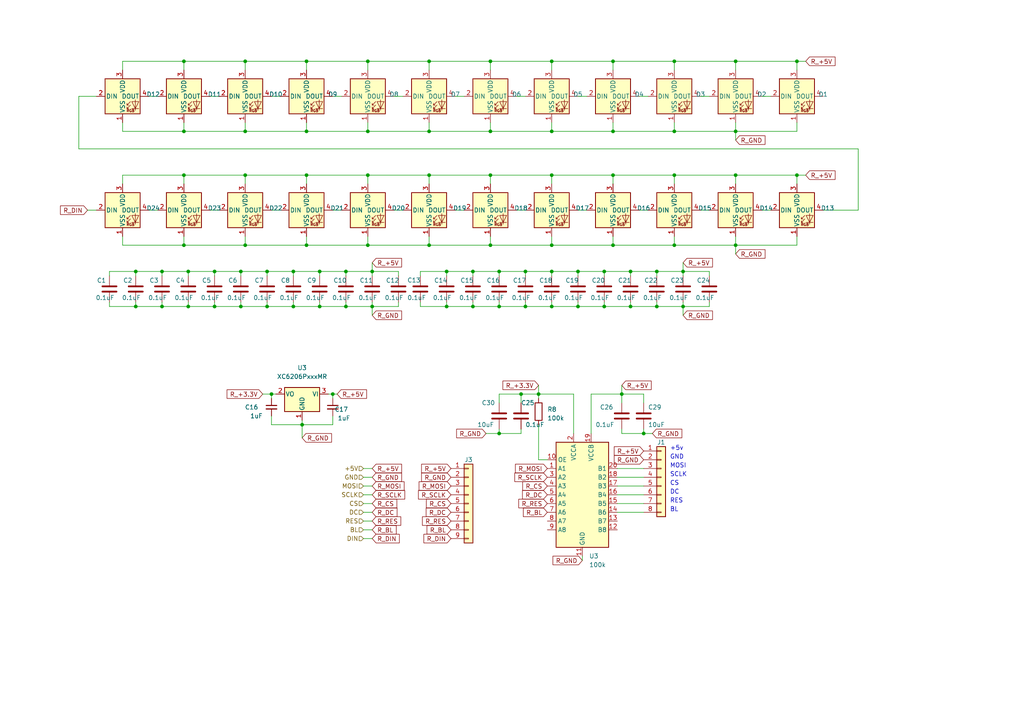
<source format=kicad_sch>
(kicad_sch (version 20230121) (generator eeschema)
  (paper "A4")
  (lib_symbols
    (symbol "Connector_Generic:Conn_01x08" (pin_names (offset 1.016) hide)
      (property "Reference" "J" (at 0 10.16 0))
      (property "Value" "Conn_01x08" (at 0 -12.7 0))
      (symbol "Conn_01x08_1_1"
        (rectangle (start -1.27 -10.033) (end 0 -10.287) (stroke (width 0.1524)))
        (rectangle (start -1.27 -7.493) (end 0 -7.747) (stroke (width 0.1524)))
        (rectangle (start -1.27 -4.953) (end 0 -5.207) (stroke (width 0.1524)))
        (rectangle (start -1.27 -2.413) (end 0 -2.667) (stroke (width 0.1524)))
        (rectangle (start -1.27 0.127) (end 0 -0.127) (stroke (width 0.1524)))
        (rectangle (start -1.27 2.667) (end 0 2.413) (stroke (width 0.1524)))
        (rectangle (start -1.27 5.207) (end 0 4.953) (stroke (width 0.1524)))
        (rectangle (start -1.27 7.747) (end 0 7.493) (stroke (width 0.1524)))
        (rectangle (start -1.27 8.89) (end 1.27 -11.43) (stroke (width 0.254)) (fill (type background)))
        (pin passive line (at -5.08 7.62 0) (length 3.81) (name "Pin_1") (number "1"))
        (pin passive line (at -5.08 5.08 0) (length 3.81) (name "Pin_2") (number "2"))
        (pin passive line (at -5.08 2.54 0) (length 3.81) (name "Pin_3") (number "3"))
        (pin passive line (at -5.08 0 0) (length 3.81) (name "Pin_4") (number "4"))
        (pin passive line (at -5.08 -2.54 0) (length 3.81) (name "Pin_5") (number "5"))
        (pin passive line (at -5.08 -5.08 0) (length 3.81) (name "Pin_6") (number "6"))
        (pin passive line (at -5.08 -7.62 0) (length 3.81) (name "Pin_7") (number "7"))
        (pin passive line (at -5.08 -10.16 0) (length 3.81) (name "Pin_8") (number "8"))
      )
    )
    (symbol "Connector_Generic:Conn_01x09" (pin_names (offset 1.016) hide)
      (property "Reference" "J" (at 0 12.7 0))
      (property "Value" "Conn_01x09" (at 0 -12.7 0))
      (symbol "Conn_01x09_1_1"
        (rectangle (start -1.27 -10.033) (end 0 -10.287) (stroke (width 0.1524)))
        (rectangle (start -1.27 -7.493) (end 0 -7.747) (stroke (width 0.1524)))
        (rectangle (start -1.27 -4.953) (end 0 -5.207) (stroke (width 0.1524)))
        (rectangle (start -1.27 -2.413) (end 0 -2.667) (stroke (width 0.1524)))
        (rectangle (start -1.27 0.127) (end 0 -0.127) (stroke (width 0.1524)))
        (rectangle (start -1.27 2.667) (end 0 2.413) (stroke (width 0.1524)))
        (rectangle (start -1.27 5.207) (end 0 4.953) (stroke (width 0.1524)))
        (rectangle (start -1.27 7.747) (end 0 7.493) (stroke (width 0.1524)))
        (rectangle (start -1.27 10.287) (end 0 10.033) (stroke (width 0.1524)))
        (rectangle (start -1.27 11.43) (end 1.27 -11.43) (stroke (width 0.254)) (fill (type background)))
        (pin passive line (at -5.08 10.16 0) (length 3.81) (name "Pin_1") (number "1"))
        (pin passive line (at -5.08 7.62 0) (length 3.81) (name "Pin_2") (number "2"))
        (pin passive line (at -5.08 5.08 0) (length 3.81) (name "Pin_3") (number "3"))
        (pin passive line (at -5.08 2.54 0) (length 3.81) (name "Pin_4") (number "4"))
        (pin passive line (at -5.08 0 0) (length 3.81) (name "Pin_5") (number "5"))
        (pin passive line (at -5.08 -2.54 0) (length 3.81) (name "Pin_6") (number "6"))
        (pin passive line (at -5.08 -5.08 0) (length 3.81) (name "Pin_7") (number "7"))
        (pin passive line (at -5.08 -7.62 0) (length 3.81) (name "Pin_8") (number "8"))
        (pin passive line (at -5.08 -10.16 0) (length 3.81) (name "Pin_9") (number "9"))
      )
    )
    (symbol "Device:C" (pin_numbers hide) (pin_names (offset 0.254))
      (property "Reference" "C" (at 0.635 2.54 0))
      (property "Value" "C" (at 0.635 -2.54 0))
      (symbol "C_0_1"
        (polyline (pts (xy -2.032 -0.762) (xy 2.032 -0.762)) (stroke (width 0.508)))
        (polyline (pts (xy -2.032 0.762) (xy 2.032 0.762)) (stroke (width 0.508)))
      )
      (symbol "C_1_1"
        (pin passive line (at 0 3.81 270) (length 2.794) (name "~") (number "1"))
        (pin passive line (at 0 -3.81 90) (length 2.794) (name "~") (number "2"))
      )
    )
    (symbol "Device:C_Small" (pin_numbers hide) (pin_names (offset 0.254) hide)
      (property "Reference" "C" (at 0.254 1.778 0))
      (property "Value" "C_Small" (at 0.254 -2.032 0))
      (symbol "C_Small_0_1"
        (polyline (pts (xy -1.524 -0.508) (xy 1.524 -0.508)) (stroke (width 0.3302)))
        (polyline (pts (xy -1.524 0.508) (xy 1.524 0.508)) (stroke (width 0.3048)))
      )
      (symbol "C_Small_1_1"
        (pin passive line (at 0 2.54 270) (length 2.032) (name "~") (number "1"))
        (pin passive line (at 0 -2.54 90) (length 2.032) (name "~") (number "2"))
      )
    )
    (symbol "Device:R" (pin_numbers hide) (pin_names (offset 0))
      (property "Reference" "R" (at 2.032 0 90))
      (property "Value" "R" (at 0 0 90))
      (symbol "R_0_1"
        (rectangle (start -1.016 -2.54) (end 1.016 2.54) (stroke (width 0.254)))
      )
      (symbol "R_1_1"
        (pin passive line (at 0 3.81 270) (length 1.27) (name "~") (number "1"))
        (pin passive line (at 0 -3.81 90) (length 1.27) (name "~") (number "2"))
      )
    )
    (symbol "LED:SK6812" (pin_names (offset 0.254))
      (property "Reference" "D" (at 5.08 5.715 0))
      (property "Value" "SK6812" (at 1.27 -5.715 0))
      (symbol "SK6812_0_0"
        (text "RGB" (at 2.286 -4.191 0) (effects (font (size 0.762 0.762))))
      )
      (symbol "SK6812_0_1"
        (polyline (pts (xy 1.27 -3.556) (xy 1.778 -3.556)))
        (polyline (pts (xy 1.27 -2.54) (xy 1.778 -2.54)))
        (polyline (pts (xy 4.699 -3.556) (xy 2.667 -3.556)))
        (polyline (pts (xy 2.286 -2.54) (xy 1.27 -3.556) (xy 1.27 -3.048)))
        (polyline (pts (xy 2.286 -1.524) (xy 1.27 -2.54) (xy 1.27 -2.032)))
        (polyline (pts (xy 3.683 -1.016) (xy 3.683 -3.556) (xy 3.683 -4.064)))
        (polyline (pts (xy 4.699 -1.524) (xy 2.667 -1.524) (xy 3.683 -3.556) (xy 4.699 -1.524)))
        (rectangle (start 5.08 5.08) (end -5.08 -5.08) (stroke (width 0.254)) (fill (type background)))
      )
      (symbol "SK6812_1_1"
        (pin power_in line (at 0 -7.62 90) (length 2.54) (name "VSS") (number "1"))
        (pin input line (at -7.62 0 0) (length 2.54) (name "DIN") (number "2"))
        (pin power_in line (at 0 7.62 270) (length 2.54) (name "VDD") (number "3"))
        (pin output line (at 7.62 0 180) (length 2.54) (name "DOUT") (number "4"))
      )
    )
    (symbol "Logic_LevelTranslator:TXS0108EPW"
      (property "Reference" "U" (at -6.35 16.51 0))
      (property "Value" "TXS0108EPW" (at 3.81 16.51 0))
      (symbol "TXS0108EPW_0_1"
        (rectangle (start -7.62 15.24) (end 7.62 -15.24) (stroke (width 0.254)) (fill (type background)))
      )
      (symbol "TXS0108EPW_1_1"
        (pin bidirectional line (at -10.16 7.62 0) (length 2.54) (name "A1") (number "1"))
        (pin input line (at -10.16 10.16 0) (length 2.54) (name "OE") (number "10"))
        (pin power_in line (at 0 -17.78 90) (length 2.54) (name "GND") (number "11"))
        (pin bidirectional line (at 10.16 -10.16 180) (length 2.54) (name "B8") (number "12"))
        (pin bidirectional line (at 10.16 -7.62 180) (length 2.54) (name "B7") (number "13"))
        (pin bidirectional line (at 10.16 -5.08 180) (length 2.54) (name "B6") (number "14"))
        (pin bidirectional line (at 10.16 -2.54 180) (length 2.54) (name "B5") (number "15"))
        (pin bidirectional line (at 10.16 0 180) (length 2.54) (name "B4") (number "16"))
        (pin bidirectional line (at 10.16 2.54 180) (length 2.54) (name "B3") (number "17"))
        (pin bidirectional line (at 10.16 5.08 180) (length 2.54) (name "B2") (number "18"))
        (pin power_in line (at 2.54 17.78 270) (length 2.54) (name "VCCB") (number "19"))
        (pin power_in line (at -2.54 17.78 270) (length 2.54) (name "VCCA") (number "2"))
        (pin bidirectional line (at 10.16 7.62 180) (length 2.54) (name "B1") (number "20"))
        (pin bidirectional line (at -10.16 5.08 0) (length 2.54) (name "A2") (number "3"))
        (pin bidirectional line (at -10.16 2.54 0) (length 2.54) (name "A3") (number "4"))
        (pin bidirectional line (at -10.16 0 0) (length 2.54) (name "A4") (number "5"))
        (pin bidirectional line (at -10.16 -2.54 0) (length 2.54) (name "A5") (number "6"))
        (pin bidirectional line (at -10.16 -5.08 0) (length 2.54) (name "A6") (number "7"))
        (pin bidirectional line (at -10.16 -7.62 0) (length 2.54) (name "A7") (number "8"))
        (pin bidirectional line (at -10.16 -10.16 0) (length 2.54) (name "A8") (number "9"))
      )
    )
    (symbol "Regulator_Linear:XC6206PxxxMR" (pin_names (offset 0.254))
      (property "Reference" "U" (at -3.81 3.175 0))
      (property "Value" "XC6206PxxxMR" (at 0 3.175 0))
      (symbol "XC6206PxxxMR_0_1"
        (rectangle (start -5.08 1.905) (end 5.08 -5.08) (stroke (width 0.254)) (fill (type background)))
      )
      (symbol "XC6206PxxxMR_1_1"
        (pin power_in line (at 0 -7.62 90) (length 2.54) (name "GND") (number "1"))
        (pin power_out line (at 7.62 0 180) (length 2.54) (name "VO") (number "2"))
        (pin power_in line (at -7.62 0 0) (length 2.54) (name "VI") (number "3"))
      )
    )
  )
  (junction (at 71.12 50.8))
  (junction (at 144.78 125.73))
  (junction (at 151.13 114.3))
  (junction (at 106.68 38.1))
  (junction (at 175.26 88.9))
  (junction (at 231.14 17.78))
  (junction (at 88.9 71.12))
  (junction (at 137.16 78.74))
  (junction (at 53.34 17.78))
  (junction (at 69.85 88.9))
  (junction (at 39.37 88.9))
  (junction (at 39.37 78.74))
  (junction (at 107.95 88.9))
  (junction (at 85.09 88.9))
  (junction (at 177.8 50.8))
  (junction (at 46.99 88.9))
  (junction (at 71.12 17.78))
  (junction (at 77.47 88.9))
  (junction (at 88.9 50.8))
  (junction (at 198.12 78.74))
  (junction (at 180.34 114.3))
  (junction (at 124.46 50.8))
  (junction (at 88.9 38.1))
  (junction (at 78.74 114.3))
  (junction (at 152.4 88.9))
  (junction (at 124.46 38.1))
  (junction (at 160.02 78.74))
  (junction (at 100.33 78.74))
  (junction (at 177.8 71.12))
  (junction (at 124.46 17.78))
  (junction (at 124.46 71.12))
  (junction (at 160.02 50.8))
  (junction (at 144.78 78.74))
  (junction (at 195.58 38.1))
  (junction (at 100.33 88.9))
  (junction (at 167.64 88.9))
  (junction (at 213.36 50.8))
  (junction (at 190.5 78.74))
  (junction (at 152.4 78.74))
  (junction (at 62.23 88.9))
  (junction (at 160.02 38.1))
  (junction (at 160.02 17.78))
  (junction (at 54.61 78.74))
  (junction (at 87.63 123.19))
  (junction (at 62.23 78.74))
  (junction (at 54.61 88.9))
  (junction (at 167.64 78.74))
  (junction (at 175.26 78.74))
  (junction (at 177.8 17.78))
  (junction (at 182.88 88.9))
  (junction (at 92.71 78.74))
  (junction (at 182.88 78.74))
  (junction (at 213.36 17.78))
  (junction (at 186.69 125.73))
  (junction (at 195.58 71.12))
  (junction (at 137.16 88.9))
  (junction (at 129.54 78.74))
  (junction (at 69.85 78.74))
  (junction (at 53.34 38.1))
  (junction (at 213.36 38.1))
  (junction (at 142.24 71.12))
  (junction (at 129.54 88.9))
  (junction (at 77.47 78.74))
  (junction (at 106.68 71.12))
  (junction (at 195.58 17.78))
  (junction (at 53.34 50.8))
  (junction (at 46.99 78.74))
  (junction (at 92.71 88.9))
  (junction (at 177.8 38.1))
  (junction (at 106.68 50.8))
  (junction (at 107.95 78.74))
  (junction (at 142.24 50.8))
  (junction (at 106.68 17.78))
  (junction (at 160.02 88.9))
  (junction (at 142.24 17.78))
  (junction (at 195.58 50.8))
  (junction (at 198.12 88.9))
  (junction (at 156.21 114.3))
  (junction (at 71.12 38.1))
  (junction (at 71.12 71.12))
  (junction (at 142.24 38.1))
  (junction (at 85.09 78.74))
  (junction (at 160.02 71.12))
  (junction (at 88.9 17.78))
  (junction (at 190.5 88.9))
  (junction (at 213.36 71.12))
  (junction (at 231.14 50.8))
  (junction (at 144.78 88.9))
  (junction (at 96.52 114.3))
  (junction (at 53.34 71.12))
  (wire (pts (xy 107.95 78.74) (xy 107.95 80.01)))
  (wire (pts (xy 106.68 71.12) (xy 124.46 71.12)))
  (wire (pts (xy 62.23 88.9) (xy 69.85 88.9)))
  (wire (pts (xy 177.8 53.34) (xy 177.8 50.8)))
  (wire (pts (xy 88.9 38.1) (xy 106.68 38.1)))
  (wire (pts (xy 177.8 68.58) (xy 177.8 71.12)))
  (wire (pts (xy 35.56 71.12) (xy 53.34 71.12)))
  (wire (pts (xy 160.02 50.8) (xy 177.8 50.8)))
  (wire (pts (xy 198.12 88.9) (xy 205.74 88.9)))
  (wire (pts (xy 151.13 114.3) (xy 151.13 116.84)))
  (wire (pts (xy 144.78 114.3) (xy 151.13 114.3)))
  (wire (pts (xy 35.56 17.78) (xy 53.34 17.78)))
  (wire (pts (xy 186.69 116.84) (xy 186.69 114.3)))
  (wire (pts (xy 129.54 78.74) (xy 137.16 78.74)))
  (wire (pts (xy 43.18 27.94) (xy 45.72 27.94)))
  (wire (pts (xy 238.76 60.96) (xy 248.92 60.96)))
  (wire (pts (xy 46.99 78.74) (xy 54.61 78.74)))
  (wire (pts (xy 35.56 68.58) (xy 35.56 71.12)))
  (wire (pts (xy 195.58 38.1) (xy 213.36 38.1)))
  (wire (pts (xy 167.64 88.9) (xy 167.64 87.63)))
  (wire (pts (xy 190.5 78.74) (xy 190.5 80.01)))
  (wire (pts (xy 186.69 114.3) (xy 180.34 114.3)))
  (wire (pts (xy 213.36 71.12) (xy 213.36 73.66)))
  (wire (pts (xy 177.8 17.78) (xy 195.58 17.78)))
  (wire (pts (xy 107.95 140.97) (xy 105.41 140.97)))
  (wire (pts (xy 35.56 20.32) (xy 35.56 17.78)))
  (wire (pts (xy 213.36 53.34) (xy 213.36 50.8)))
  (wire (pts (xy 186.69 125.73) (xy 189.23 125.73)))
  (wire (pts (xy 160.02 88.9) (xy 160.02 87.63)))
  (wire (pts (xy 179.07 135.89) (xy 186.69 135.89)))
  (wire (pts (xy 77.47 88.9) (xy 77.47 87.63)))
  (wire (pts (xy 53.34 17.78) (xy 71.12 17.78)))
  (wire (pts (xy 22.86 27.94) (xy 27.94 27.94)))
  (wire (pts (xy 198.12 88.9) (xy 198.12 91.44)))
  (wire (pts (xy 213.36 35.56) (xy 213.36 38.1)))
  (wire (pts (xy 100.33 78.74) (xy 100.33 80.01)))
  (wire (pts (xy 80.01 114.3) (xy 78.74 114.3)))
  (wire (pts (xy 213.36 38.1) (xy 213.36 40.64)))
  (wire (pts (xy 92.71 78.74) (xy 92.71 80.01)))
  (wire (pts (xy 175.26 88.9) (xy 175.26 87.63)))
  (wire (pts (xy 171.45 114.3) (xy 180.34 114.3)))
  (wire (pts (xy 88.9 68.58) (xy 88.9 71.12)))
  (wire (pts (xy 46.99 88.9) (xy 54.61 88.9)))
  (wire (pts (xy 177.8 38.1) (xy 195.58 38.1)))
  (wire (pts (xy 231.14 17.78) (xy 233.68 17.78)))
  (wire (pts (xy 160.02 17.78) (xy 177.8 17.78)))
  (wire (pts (xy 180.34 114.3) (xy 180.34 116.84)))
  (wire (pts (xy 100.33 78.74) (xy 107.95 78.74)))
  (wire (pts (xy 152.4 88.9) (xy 160.02 88.9)))
  (wire (pts (xy 195.58 35.56) (xy 195.58 38.1)))
  (wire (pts (xy 88.9 50.8) (xy 106.68 50.8)))
  (wire (pts (xy 71.12 20.32) (xy 71.12 17.78)))
  (wire (pts (xy 107.95 135.89) (xy 105.41 135.89)))
  (wire (pts (xy 96.52 114.3) (xy 97.79 114.3)))
  (wire (pts (xy 54.61 88.9) (xy 54.61 87.63)))
  (wire (pts (xy 31.75 88.9) (xy 31.75 87.63)))
  (wire (pts (xy 53.34 20.32) (xy 53.34 17.78)))
  (wire (pts (xy 149.86 27.94) (xy 152.4 27.94)))
  (wire (pts (xy 160.02 38.1) (xy 177.8 38.1)))
  (wire (pts (xy 195.58 17.78) (xy 213.36 17.78)))
  (wire (pts (xy 190.5 88.9) (xy 190.5 87.63)))
  (wire (pts (xy 142.24 68.58) (xy 142.24 71.12)))
  (wire (pts (xy 78.74 114.3) (xy 76.2 114.3)))
  (wire (pts (xy 186.69 124.46) (xy 186.69 125.73)))
  (wire (pts (xy 78.74 123.19) (xy 87.63 123.19)))
  (wire (pts (xy 35.56 50.8) (xy 53.34 50.8)))
  (wire (pts (xy 96.52 60.96) (xy 99.06 60.96)))
  (wire (pts (xy 85.09 78.74) (xy 92.71 78.74)))
  (wire (pts (xy 156.21 114.3) (xy 156.21 115.57)))
  (wire (pts (xy 182.88 88.9) (xy 182.88 87.63)))
  (wire (pts (xy 78.74 27.94) (xy 81.28 27.94)))
  (wire (pts (xy 132.08 60.96) (xy 134.62 60.96)))
  (wire (pts (xy 179.07 138.43) (xy 186.69 138.43)))
  (wire (pts (xy 54.61 78.74) (xy 62.23 78.74)))
  (wire (pts (xy 69.85 88.9) (xy 77.47 88.9)))
  (wire (pts (xy 53.34 50.8) (xy 71.12 50.8)))
  (wire (pts (xy 137.16 88.9) (xy 137.16 87.63)))
  (wire (pts (xy 152.4 88.9) (xy 152.4 87.63)))
  (wire (pts (xy 53.34 38.1) (xy 71.12 38.1)))
  (wire (pts (xy 106.68 38.1) (xy 124.46 38.1)))
  (wire (pts (xy 88.9 20.32) (xy 88.9 17.78)))
  (wire (pts (xy 96.52 27.94) (xy 99.06 27.94)))
  (wire (pts (xy 107.95 88.9) (xy 107.95 87.63)))
  (wire (pts (xy 71.12 50.8) (xy 88.9 50.8)))
  (wire (pts (xy 213.36 68.58) (xy 213.36 71.12)))
  (wire (pts (xy 106.68 35.56) (xy 106.68 38.1)))
  (wire (pts (xy 22.86 43.18) (xy 22.86 27.94)))
  (wire (pts (xy 39.37 88.9) (xy 39.37 87.63)))
  (wire (pts (xy 107.95 88.9) (xy 115.57 88.9)))
  (wire (pts (xy 85.09 88.9) (xy 85.09 87.63)))
  (wire (pts (xy 195.58 50.8) (xy 213.36 50.8)))
  (wire (pts (xy 160.02 35.56) (xy 160.02 38.1)))
  (wire (pts (xy 198.12 78.74) (xy 205.74 78.74)))
  (wire (pts (xy 231.14 50.8) (xy 233.68 50.8)))
  (wire (pts (xy 179.07 143.51) (xy 186.69 143.51)))
  (wire (pts (xy 107.95 146.05) (xy 105.41 146.05)))
  (wire (pts (xy 142.24 71.12) (xy 160.02 71.12)))
  (wire (pts (xy 190.5 88.9) (xy 198.12 88.9)))
  (wire (pts (xy 35.56 38.1) (xy 53.34 38.1)))
  (wire (pts (xy 54.61 88.9) (xy 62.23 88.9)))
  (wire (pts (xy 220.98 60.96) (xy 223.52 60.96)))
  (wire (pts (xy 124.46 53.34) (xy 124.46 50.8)))
  (wire (pts (xy 167.64 78.74) (xy 167.64 80.01)))
  (wire (pts (xy 231.14 68.58) (xy 231.14 71.12)))
  (wire (pts (xy 179.07 140.97) (xy 186.69 140.97)))
  (wire (pts (xy 107.95 88.9) (xy 107.95 91.44)))
  (wire (pts (xy 71.12 17.78) (xy 88.9 17.78)))
  (wire (pts (xy 71.12 38.1) (xy 88.9 38.1)))
  (wire (pts (xy 160.02 78.74) (xy 160.02 80.01)))
  (wire (pts (xy 179.07 148.59) (xy 186.69 148.59)))
  (wire (pts (xy 213.36 38.1) (xy 231.14 38.1)))
  (wire (pts (xy 35.56 35.56) (xy 35.56 38.1)))
  (wire (pts (xy 62.23 78.74) (xy 62.23 80.01)))
  (wire (pts (xy 156.21 133.35) (xy 158.75 133.35)))
  (wire (pts (xy 177.8 71.12) (xy 195.58 71.12)))
  (wire (pts (xy 121.92 78.74) (xy 129.54 78.74)))
  (wire (pts (xy 142.24 20.32) (xy 142.24 17.78)))
  (wire (pts (xy 213.36 71.12) (xy 231.14 71.12)))
  (wire (pts (xy 205.74 78.74) (xy 205.74 80.01)))
  (wire (pts (xy 231.14 17.78) (xy 231.14 20.32)))
  (wire (pts (xy 205.74 88.9) (xy 205.74 87.63)))
  (wire (pts (xy 151.13 114.3) (xy 156.21 114.3)))
  (wire (pts (xy 25.4 60.96) (xy 27.94 60.96)))
  (wire (pts (xy 182.88 88.9) (xy 190.5 88.9)))
  (wire (pts (xy 180.34 111.76) (xy 180.34 114.3)))
  (wire (pts (xy 124.46 50.8) (xy 142.24 50.8)))
  (wire (pts (xy 140.97 125.73) (xy 144.78 125.73)))
  (wire (pts (xy 96.52 123.19) (xy 87.63 123.19)))
  (wire (pts (xy 160.02 78.74) (xy 167.64 78.74)))
  (wire (pts (xy 107.95 148.59) (xy 105.41 148.59)))
  (wire (pts (xy 175.26 78.74) (xy 175.26 80.01)))
  (wire (pts (xy 60.96 27.94) (xy 63.5 27.94)))
  (wire (pts (xy 78.74 120.65) (xy 78.74 123.19)))
  (wire (pts (xy 92.71 78.74) (xy 100.33 78.74)))
  (wire (pts (xy 31.75 78.74) (xy 31.75 80.01)))
  (wire (pts (xy 168.91 161.29) (xy 168.91 162.56)))
  (wire (pts (xy 142.24 50.8) (xy 160.02 50.8)))
  (wire (pts (xy 248.92 43.18) (xy 22.86 43.18)))
  (wire (pts (xy 92.71 88.9) (xy 92.71 87.63)))
  (wire (pts (xy 220.98 27.94) (xy 223.52 27.94)))
  (wire (pts (xy 144.78 124.46) (xy 144.78 125.73)))
  (wire (pts (xy 88.9 35.56) (xy 88.9 38.1)))
  (wire (pts (xy 142.24 35.56) (xy 142.24 38.1)))
  (wire (pts (xy 124.46 71.12) (xy 142.24 71.12)))
  (wire (pts (xy 124.46 68.58) (xy 124.46 71.12)))
  (wire (pts (xy 142.24 38.1) (xy 160.02 38.1)))
  (wire (pts (xy 31.75 88.9) (xy 39.37 88.9)))
  (wire (pts (xy 78.74 114.3) (xy 78.74 115.57)))
  (wire (pts (xy 144.78 88.9) (xy 144.78 87.63)))
  (wire (pts (xy 71.12 53.34) (xy 71.12 50.8)))
  (wire (pts (xy 69.85 78.74) (xy 77.47 78.74)))
  (wire (pts (xy 71.12 35.56) (xy 71.12 38.1)))
  (wire (pts (xy 31.75 78.74) (xy 39.37 78.74)))
  (wire (pts (xy 100.33 88.9) (xy 107.95 88.9)))
  (wire (pts (xy 231.14 50.8) (xy 231.14 53.34)))
  (wire (pts (xy 156.21 123.19) (xy 156.21 133.35)))
  (wire (pts (xy 77.47 78.74) (xy 77.47 80.01)))
  (wire (pts (xy 185.42 27.94) (xy 187.96 27.94)))
  (wire (pts (xy 46.99 78.74) (xy 46.99 80.01)))
  (wire (pts (xy 156.21 111.76) (xy 156.21 114.3)))
  (wire (pts (xy 167.64 88.9) (xy 175.26 88.9)))
  (wire (pts (xy 248.92 60.96) (xy 248.92 43.18)))
  (wire (pts (xy 69.85 88.9) (xy 69.85 87.63)))
  (wire (pts (xy 114.3 60.96) (xy 116.84 60.96)))
  (wire (pts (xy 114.3 27.94) (xy 116.84 27.94)))
  (wire (pts (xy 106.68 68.58) (xy 106.68 71.12)))
  (wire (pts (xy 88.9 71.12) (xy 106.68 71.12)))
  (wire (pts (xy 160.02 20.32) (xy 160.02 17.78)))
  (wire (pts (xy 78.74 60.96) (xy 81.28 60.96)))
  (wire (pts (xy 88.9 17.78) (xy 106.68 17.78)))
  (wire (pts (xy 107.95 78.74) (xy 115.57 78.74)))
  (wire (pts (xy 180.34 125.73) (xy 186.69 125.73)))
  (wire (pts (xy 77.47 88.9) (xy 85.09 88.9)))
  (wire (pts (xy 107.95 143.51) (xy 105.41 143.51)))
  (wire (pts (xy 144.78 88.9) (xy 152.4 88.9)))
  (wire (pts (xy 175.26 88.9) (xy 182.88 88.9)))
  (wire (pts (xy 85.09 88.9) (xy 92.71 88.9)))
  (wire (pts (xy 160.02 88.9) (xy 167.64 88.9)))
  (wire (pts (xy 213.36 50.8) (xy 231.14 50.8)))
  (wire (pts (xy 167.64 27.94) (xy 170.18 27.94)))
  (wire (pts (xy 129.54 88.9) (xy 137.16 88.9)))
  (wire (pts (xy 137.16 88.9) (xy 144.78 88.9)))
  (wire (pts (xy 87.63 121.92) (xy 87.63 123.19)))
  (wire (pts (xy 69.85 78.74) (xy 69.85 80.01)))
  (wire (pts (xy 115.57 88.9) (xy 115.57 87.63)))
  (wire (pts (xy 121.92 78.74) (xy 121.92 80.01)))
  (wire (pts (xy 177.8 50.8) (xy 195.58 50.8)))
  (wire (pts (xy 35.56 53.34) (xy 35.56 50.8)))
  (wire (pts (xy 195.58 53.34) (xy 195.58 50.8)))
  (wire (pts (xy 39.37 88.9) (xy 46.99 88.9)))
  (wire (pts (xy 107.95 151.13) (xy 105.41 151.13)))
  (wire (pts (xy 137.16 78.74) (xy 137.16 80.01)))
  (wire (pts (xy 156.21 114.3) (xy 166.37 114.3)))
  (wire (pts (xy 53.34 71.12) (xy 71.12 71.12)))
  (wire (pts (xy 144.78 78.74) (xy 152.4 78.74)))
  (wire (pts (xy 152.4 78.74) (xy 152.4 80.01)))
  (wire (pts (xy 198.12 78.74) (xy 198.12 76.2)))
  (wire (pts (xy 177.8 35.56) (xy 177.8 38.1)))
  (wire (pts (xy 142.24 53.34) (xy 142.24 50.8)))
  (wire (pts (xy 85.09 78.74) (xy 85.09 80.01)))
  (wire (pts (xy 62.23 78.74) (xy 69.85 78.74)))
  (wire (pts (xy 160.02 68.58) (xy 160.02 71.12)))
  (wire (pts (xy 39.37 78.74) (xy 46.99 78.74)))
  (wire (pts (xy 195.58 20.32) (xy 195.58 17.78)))
  (wire (pts (xy 107.95 156.21) (xy 105.41 156.21)))
  (wire (pts (xy 107.95 138.43) (xy 105.41 138.43)))
  (wire (pts (xy 53.34 68.58) (xy 53.34 71.12)))
  (wire (pts (xy 213.36 17.78) (xy 231.14 17.78)))
  (wire (pts (xy 182.88 78.74) (xy 182.88 80.01)))
  (wire (pts (xy 198.12 88.9) (xy 198.12 87.63)))
  (wire (pts (xy 46.99 88.9) (xy 46.99 87.63)))
  (wire (pts (xy 54.61 78.74) (xy 54.61 80.01)))
  (wire (pts (xy 144.78 116.84) (xy 144.78 114.3)))
  (wire (pts (xy 203.2 60.96) (xy 205.74 60.96)))
  (wire (pts (xy 190.5 78.74) (xy 198.12 78.74)))
  (wire (pts (xy 129.54 78.74) (xy 129.54 80.01)))
  (wire (pts (xy 198.12 78.74) (xy 198.12 80.01)))
  (wire (pts (xy 60.96 60.96) (xy 63.5 60.96)))
  (wire (pts (xy 149.86 60.96) (xy 152.4 60.96)))
  (wire (pts (xy 124.46 35.56) (xy 124.46 38.1)))
  (wire (pts (xy 96.52 114.3) (xy 96.52 115.57)))
  (wire (pts (xy 177.8 20.32) (xy 177.8 17.78)))
  (wire (pts (xy 195.58 68.58) (xy 195.58 71.12)))
  (wire (pts (xy 142.24 17.78) (xy 160.02 17.78)))
  (wire (pts (xy 77.47 78.74) (xy 85.09 78.74)))
  (wire (pts (xy 92.71 88.9) (xy 100.33 88.9)))
  (wire (pts (xy 107.95 78.74) (xy 107.95 76.2)))
  (wire (pts (xy 121.92 88.9) (xy 121.92 87.63)))
  (wire (pts (xy 115.57 78.74) (xy 115.57 80.01)))
  (wire (pts (xy 71.12 71.12) (xy 88.9 71.12)))
  (wire (pts (xy 96.52 120.65) (xy 96.52 123.19)))
  (wire (pts (xy 53.34 53.34) (xy 53.34 50.8)))
  (wire (pts (xy 39.37 78.74) (xy 39.37 80.01)))
  (wire (pts (xy 107.95 153.67) (xy 105.41 153.67)))
  (wire (pts (xy 179.07 146.05) (xy 186.69 146.05)))
  (wire (pts (xy 124.46 17.78) (xy 142.24 17.78)))
  (wire (pts (xy 167.64 60.96) (xy 170.18 60.96)))
  (wire (pts (xy 171.45 125.73) (xy 171.45 114.3)))
  (wire (pts (xy 175.26 78.74) (xy 182.88 78.74)))
  (wire (pts (xy 129.54 88.9) (xy 129.54 87.63)))
  (wire (pts (xy 121.92 88.9) (xy 129.54 88.9)))
  (wire (pts (xy 137.16 78.74) (xy 144.78 78.74)))
  (wire (pts (xy 167.64 78.74) (xy 175.26 78.74)))
  (wire (pts (xy 203.2 27.94) (xy 205.74 27.94)))
  (wire (pts (xy 180.34 124.46) (xy 180.34 125.73)))
  (wire (pts (xy 166.37 125.73) (xy 166.37 114.3)))
  (wire (pts (xy 132.08 27.94) (xy 134.62 27.94)))
  (wire (pts (xy 106.68 20.32) (xy 106.68 17.78)))
  (wire (pts (xy 95.25 114.3) (xy 96.52 114.3)))
  (wire (pts (xy 87.63 123.19) (xy 87.63 127)))
  (wire (pts (xy 152.4 78.74) (xy 160.02 78.74)))
  (wire (pts (xy 71.12 68.58) (xy 71.12 71.12)))
  (wire (pts (xy 100.33 88.9) (xy 100.33 87.63)))
  (wire (pts (xy 195.58 71.12) (xy 213.36 71.12)))
  (wire (pts (xy 144.78 125.73) (xy 151.13 125.73)))
  (wire (pts (xy 160.02 71.12) (xy 177.8 71.12)))
  (wire (pts (xy 88.9 53.34) (xy 88.9 50.8)))
  (wire (pts (xy 43.18 60.96) (xy 45.72 60.96)))
  (wire (pts (xy 144.78 78.74) (xy 144.78 80.01)))
  (wire (pts (xy 160.02 53.34) (xy 160.02 50.8)))
  (wire (pts (xy 231.14 35.56) (xy 231.14 38.1)))
  (wire (pts (xy 106.68 50.8) (xy 124.46 50.8)))
  (wire (pts (xy 124.46 20.32) (xy 124.46 17.78)))
  (wire (pts (xy 213.36 20.32) (xy 213.36 17.78)))
  (wire (pts (xy 53.34 35.56) (xy 53.34 38.1)))
  (wire (pts (xy 106.68 17.78) (xy 124.46 17.78)))
  (wire (pts (xy 182.88 78.74) (xy 190.5 78.74)))
  (wire (pts (xy 106.68 53.34) (xy 106.68 50.8)))
  (wire (pts (xy 185.42 60.96) (xy 187.96 60.96)))
  (wire (pts (xy 151.13 124.46) (xy 151.13 125.73)))
  (wire (pts (xy 124.46 38.1) (xy 142.24 38.1)))
  (wire (pts (xy 62.23 88.9) (xy 62.23 87.63)))
  (text "+5v" (at 194.31 130.81 0) (effects (font (size 1.27 1.27)) (justify left bottom)))
  (text "DC\n" (at 194.31 143.51 0) (effects (font (size 1.27 1.27)) (justify left bottom)))
  (text "CS\n" (at 194.31 140.97 0) (effects (font (size 1.27 1.27)) (justify left bottom)))
  (text "RES" (at 194.31 146.05 0) (effects (font (size 1.27 1.27)) (justify left bottom)))
  (text "MOSI" (at 194.31 135.89 0) (effects (font (size 1.27 1.27)) (justify left bottom)))
  (text "SCLK" (at 194.31 138.43 0) (effects (font (size 1.27 1.27)) (justify left bottom)))
  (text "GND" (at 194.31 133.35 0) (effects (font (size 1.27 1.27)) (justify left bottom)))
  (text "BL" (at 194.31 148.59 0) (effects (font (size 1.27 1.27)) (justify left bottom)))
  (global_label "R_DIN" (shape input) (at 25.4 60.96 180) (property "Intersheetrefs" "${INTERSHEET_REFS}" (effects hide)))
  (global_label "R_RES" (shape input) (at 107.95 151.13 0) (property "Intersheetrefs" "${INTERSHEET_REFS}" (effects hide)))
  (global_label "R_GND" (shape input) (at 213.36 73.66 0) (property "Intersheetrefs" "${INTERSHEET_REFS}" (effects hide)))
  (global_label "R_SCLK" (shape input) (at 107.95 143.51 0) (property "Intersheetrefs" "${INTERSHEET_REFS}" (effects hide)))
  (global_label "R_DC" (shape input) (at 107.95 148.59 0) (property "Intersheetrefs" "${INTERSHEET_REFS}" (effects hide)))
  (global_label "R_DC" (shape input) (at 130.81 148.59 180) (property "Intersheetrefs" "${INTERSHEET_REFS}" (effects hide)))
  (global_label "R_GND" (shape input) (at 198.12 91.44 0) (property "Intersheetrefs" "${INTERSHEET_REFS}" (effects hide)))
  (global_label "R_MOSI" (shape input) (at 158.75 135.89 180) (property "Intersheetrefs" "${INTERSHEET_REFS}" (effects hide)))
  (global_label "R_DIN" (shape input) (at 130.81 156.21 180) (property "Intersheetrefs" "${INTERSHEET_REFS}" (effects hide)))
  (global_label "R_+5V" (shape input) (at 107.95 135.89 0) (property "Intersheetrefs" "${INTERSHEET_REFS}" (effects hide)))
  (global_label "R_MOSI" (shape input) (at 107.95 140.97 0) (property "Intersheetrefs" "${INTERSHEET_REFS}" (effects hide)))
  (global_label "R_+5V" (shape input) (at 233.68 50.8 0) (property "Intersheetrefs" "${INTERSHEET_REFS}" (effects hide)))
  (global_label "R_CS" (shape input) (at 130.81 146.05 180) (property "Intersheetrefs" "${INTERSHEET_REFS}" (effects hide)))
  (global_label "R_BL" (shape input) (at 158.75 148.59 180) (property "Intersheetrefs" "${INTERSHEET_REFS}" (effects hide)))
  (global_label "R_+5V" (shape input) (at 233.68 17.78 0) (property "Intersheetrefs" "${INTERSHEET_REFS}" (effects hide)))
  (global_label "R_GND" (shape input) (at 213.36 40.64 0) (property "Intersheetrefs" "${INTERSHEET_REFS}" (effects hide)))
  (global_label "R_GND" (shape input) (at 168.91 162.56 180) (property "Intersheetrefs" "${INTERSHEET_REFS}" (effects hide)))
  (global_label "R_RES" (shape input) (at 130.81 151.13 180) (property "Intersheetrefs" "${INTERSHEET_REFS}" (effects hide)))
  (global_label "R_+5V" (shape input) (at 97.79 114.3 0) (property "Intersheetrefs" "${INTERSHEET_REFS}" (effects hide)))
  (global_label "R_GND" (shape input) (at 189.23 125.73 0) (property "Intersheetrefs" "${INTERSHEET_REFS}" (effects hide)))
  (global_label "R_SCLK" (shape input) (at 158.75 138.43 180) (property "Intersheetrefs" "${INTERSHEET_REFS}" (effects hide)))
  (global_label "R_+5V" (shape input) (at 198.12 76.2 0) (property "Intersheetrefs" "${INTERSHEET_REFS}" (effects hide)))
  (global_label "R_GND" (shape input) (at 107.95 91.44 0) (property "Intersheetrefs" "${INTERSHEET_REFS}" (effects hide)))
  (global_label "R_+5V" (shape input) (at 130.81 135.89 180) (property "Intersheetrefs" "${INTERSHEET_REFS}" (effects hide)))
  (global_label "R_SCLK" (shape input) (at 130.81 143.51 180) (property "Intersheetrefs" "${INTERSHEET_REFS}" (effects hide)))
  (global_label "R_+3.3V" (shape input) (at 76.2 114.3 180) (property "Intersheetrefs" "${INTERSHEET_REFS}" (effects hide)))
  (global_label "R_BL" (shape input) (at 130.81 153.67 180) (property "Intersheetrefs" "${INTERSHEET_REFS}" (effects hide)))
  (global_label "R_RES" (shape input) (at 158.75 146.05 180) (property "Intersheetrefs" "${INTERSHEET_REFS}" (effects hide)))
  (global_label "R_CS" (shape input) (at 158.75 140.97 180) (property "Intersheetrefs" "${INTERSHEET_REFS}" (effects hide)))
  (global_label "R_+5V" (shape input) (at 186.69 130.81 180) (property "Intersheetrefs" "${INTERSHEET_REFS}" (effects hide)))
  (global_label "R_CS" (shape input) (at 107.95 146.05 0) (property "Intersheetrefs" "${INTERSHEET_REFS}" (effects hide)))
  (global_label "R_+5V" (shape input) (at 107.95 76.2 0) (property "Intersheetrefs" "${INTERSHEET_REFS}" (effects hide)))
  (global_label "R_DC" (shape input) (at 158.75 143.51 180) (property "Intersheetrefs" "${INTERSHEET_REFS}" (effects hide)))
  (global_label "R_BL" (shape input) (at 107.95 153.67 0) (property "Intersheetrefs" "${INTERSHEET_REFS}" (effects hide)))
  (global_label "R_GND" (shape input) (at 130.81 138.43 180) (property "Intersheetrefs" "${INTERSHEET_REFS}" (effects hide)))
  (global_label "R_GND" (shape input) (at 140.97 125.73 180) (property "Intersheetrefs" "${INTERSHEET_REFS}" (effects hide)))
  (global_label "R_+3.3V" (shape input) (at 156.21 111.76 180) (property "Intersheetrefs" "${INTERSHEET_REFS}" (effects hide)))
  (global_label "R_+5V" (shape input) (at 180.34 111.76 0) (property "Intersheetrefs" "${INTERSHEET_REFS}" (effects hide)))
  (global_label "R_GND" (shape input) (at 87.63 127 0) (property "Intersheetrefs" "${INTERSHEET_REFS}" (effects hide)))
  (global_label "R_MOSI" (shape input) (at 130.81 140.97 180) (property "Intersheetrefs" "${INTERSHEET_REFS}" (effects hide)))
  (global_label "R_GND" (shape input) (at 107.95 138.43 0) (property "Intersheetrefs" "${INTERSHEET_REFS}" (effects hide)))
  (global_label "R_DIN" (shape input) (at 107.95 156.21 0) (property "Intersheetrefs" "${INTERSHEET_REFS}" (effects hide)))
  (global_label "R_GND" (shape input) (at 186.69 133.35 180) (property "Intersheetrefs" "${INTERSHEET_REFS}" (effects hide)))
  (hierarchical_label "MOSI" (shape input) (at 105.41 140.97 180))
  (hierarchical_label "+5V" (shape input) (at 105.41 135.89 180))
  (hierarchical_label "SCLK" (shape input) (at 105.41 143.51 180))
  (hierarchical_label "CS" (shape input) (at 105.41 146.05 180))
  (hierarchical_label "RES" (shape input) (at 105.41 151.13 180))
  (hierarchical_label "DIN" (shape input) (at 105.41 156.21 180))
  (hierarchical_label "BL" (shape input) (at 105.41 153.67 180))
  (hierarchical_label "GND" (shape input) (at 105.41 138.43 180))
  (hierarchical_label "DC" (shape input) (at 105.41 148.59 180))
  (symbol (lib_id "Device:C") (at 160.02 83.82 0) (unit 1)
    (property "Reference" "C18" (at 156.3624 81.3308 0) (effects (justify left)))
    (property "Value" "0.1uF" (at 156.0068 86.36 0) (effects (justify left)))
    (property "Footprint" "Capacitor_SMD:C_0603_1608Metric" (effects hide))
  )
  (symbol (lib_id "Device:C") (at 180.34 120.65 0) (unit 1)
    (property "Reference" "C26" (at 173.99 118.11 0) (effects (justify left)))
    (property "Value" "0.1uF" (at 172.72 123.19 0) (effects (justify left)))
    (property "Footprint" "Capacitor_SMD:C_0603_1608Metric" (effects hide))
  )
  (symbol (lib_id "Device:C") (at 107.95 83.82 0) (unit 1)
    (property "Reference" "C11" (at 104.2924 81.3308 0) (effects (justify left)))
    (property "Value" "0.1uF" (at 103.9368 86.36 0) (effects (justify left)))
    (property "Footprint" "Capacitor_SMD:C_0603_1608Metric" (effects hide))
  )
  (symbol (lib_id "LED:SK6812") (at 160.02 60.96 0) (unit 1)
    (property "Reference" "D17" (at 168.91 60.3759 0))
    (property "Value" "SK6812" (effects hide))
    (property "Footprint" "LED_SMD:my_SK6812" (effects hide))
    (property "Datasheet" "https://cdn-shop.adafruit.com/product-files/1138/SK6812+LED+datasheet+.pdf" (effects hide))
  )
  (symbol (lib_id "Device:C") (at 100.33 83.82 0) (unit 1)
    (property "Reference" "C10" (at 96.6724 81.3308 0) (effects (justify left)))
    (property "Value" "0.1uF" (at 96.3168 86.36 0) (effects (justify left)))
    (property "Footprint" "Capacitor_SMD:C_0603_1608Metric" (effects hide))
  )
  (symbol (lib_id "Regulator_Linear:XC6206PxxxMR") (at 87.63 114.3 0) (mirror y) (unit 1)
    (property "Reference" "U3" (at 87.63 106.68 0))
    (property "Value" "XC6206PxxxMR" (at 87.63 109.22 0))
    (property "Footprint" "Package_TO_SOT_SMD:SOT-23" (effects hide))
    (property "Datasheet" "https://www.torexsemi.com/file/xc6206/XC6206.pdf" (effects hide))
    (property "LCSC" "C5446" (effects hide))
    (instances (project "encoder_driver" (path "" (reference "U3") (unit 1))) (project "speed_joystick" (path "" (reference "U4") (unit 1))))
  )
  (symbol (lib_id "Device:C") (at 198.12 83.82 0) (unit 1)
    (property "Reference" "C23" (at 194.4624 81.3308 0) (effects (justify left)))
    (property "Value" "0.1uF" (at 194.1068 86.36 0) (effects (justify left)))
    (property "Footprint" "Capacitor_SMD:C_0603_1608Metric" (effects hide))
  )
  (symbol (lib_id "Device:C") (at 205.74 83.82 0) (unit 1)
    (property "Reference" "C24" (at 202.0824 81.3308 0) (effects (justify left)))
    (property "Value" "0.1uF" (at 201.7268 86.36 0) (effects (justify left)))
    (property "Footprint" "Capacitor_SMD:C_0603_1608Metric" (effects hide))
  )
  (symbol (lib_id "LED:SK6812") (at 124.46 60.96 0) (unit 1)
    (property "Reference" "D19" (at 133.35 60.3759 0))
    (property "Value" "SK6812" (effects hide))
    (property "Footprint" "LED_SMD:my_SK6812" (effects hide))
    (property "Datasheet" "https://cdn-shop.adafruit.com/product-files/1138/SK6812+LED+datasheet+.pdf" (effects hide))
  )
  (symbol (lib_id "Device:C") (at 144.78 83.82 0) (unit 1)
    (property "Reference" "C16" (at 141.1224 81.3308 0) (effects (justify left)))
    (property "Value" "0.1uF" (at 140.7668 86.36 0) (effects (justify left)))
    (property "Footprint" "Capacitor_SMD:C_0603_1608Metric" (effects hide))
  )
  (symbol (lib_id "LED:SK6812") (at 53.34 60.96 0) (unit 1)
    (property "Reference" "D23" (at 62.23 60.3759 0))
    (property "Value" "SK6812" (effects hide))
    (property "Footprint" "LED_SMD:my_SK6812" (effects hide))
    (property "Datasheet" "https://cdn-shop.adafruit.com/product-files/1138/SK6812+LED+datasheet+.pdf" (effects hide))
  )
  (symbol (lib_id "LED:SK6812") (at 35.56 60.96 0) (unit 1)
    (property "Reference" "D24" (at 44.45 60.3759 0))
    (property "Value" "SK6812" (effects hide))
    (property "Footprint" "LED_SMD:my_SK6812" (effects hide))
    (property "Datasheet" "https://cdn-shop.adafruit.com/product-files/1138/SK6812+LED+datasheet+.pdf" (effects hide))
  )
  (symbol (lib_id "LED:SK6812") (at 231.14 60.96 0) (unit 1)
    (property "Reference" "D13" (at 240.03 60.3759 0))
    (property "Value" "SK6812" (effects hide))
    (property "Footprint" "LED_SMD:my_SK6812" (effects hide))
    (property "Datasheet" "https://cdn-shop.adafruit.com/product-files/1138/SK6812+LED+datasheet+.pdf" (effects hide))
  )
  (symbol (lib_id "Device:C") (at 77.47 83.82 0) (unit 1)
    (property "Reference" "C7" (at 73.8124 81.3308 0) (effects (justify left)))
    (property "Value" "0.1uF" (at 73.4568 86.36 0) (effects (justify left)))
    (property "Footprint" "Capacitor_SMD:C_0603_1608Metric" (effects hide))
  )
  (symbol (lib_id "Device:C") (at 167.64 83.82 0) (unit 1)
    (property "Reference" "C19" (at 163.9824 81.3308 0) (effects (justify left)))
    (property "Value" "0.1uF" (at 163.6268 86.36 0) (effects (justify left)))
    (property "Footprint" "Capacitor_SMD:C_0603_1608Metric" (effects hide))
  )
  (symbol (lib_id "LED:SK6812") (at 53.34 27.94 0) (unit 1)
    (property "Reference" "D11" (at 62.23 27.3559 0))
    (property "Value" "SK6812" (effects hide))
    (property "Footprint" "LED_SMD:my_SK6812" (effects hide))
    (property "Datasheet" "https://cdn-shop.adafruit.com/product-files/1138/SK6812+LED+datasheet+.pdf" (effects hide))
  )
  (symbol (lib_id "LED:SK6812") (at 195.58 27.94 0) (unit 1)
    (property "Reference" "D3" (at 203.2 27.3559 0))
    (property "Value" "SK6812" (effects hide))
    (property "Footprint" "LED_SMD:my_SK6812" (effects hide))
    (property "Datasheet" "https://cdn-shop.adafruit.com/product-files/1138/SK6812+LED+datasheet+.pdf" (effects hide))
  )
  (symbol (lib_id "Device:C") (at 92.71 83.82 0) (unit 1)
    (property "Reference" "C9" (at 89.0524 81.3308 0) (effects (justify left)))
    (property "Value" "0.1uF" (at 88.6968 86.36 0) (effects (justify left)))
    (property "Footprint" "Capacitor_SMD:C_0603_1608Metric" (effects hide))
  )
  (symbol (lib_id "LED:SK6812") (at 195.58 60.96 0) (unit 1)
    (property "Reference" "D15" (at 204.47 60.3759 0))
    (property "Value" "SK6812" (effects hide))
    (property "Footprint" "LED_SMD:my_SK6812" (effects hide))
    (property "Datasheet" "https://cdn-shop.adafruit.com/product-files/1138/SK6812+LED+datasheet+.pdf" (effects hide))
  )
  (symbol (lib_id "LED:SK6812") (at 142.24 60.96 0) (unit 1)
    (property "Reference" "D18" (at 151.13 60.3759 0))
    (property "Value" "SK6812" (effects hide))
    (property "Footprint" "LED_SMD:my_SK6812" (effects hide))
    (property "Datasheet" "https://cdn-shop.adafruit.com/product-files/1138/SK6812+LED+datasheet+.pdf" (effects hide))
  )
  (symbol (lib_id "LED:SK6812") (at 231.14 27.94 0) (unit 1)
    (property "Reference" "D1" (at 238.76 27.3559 0))
    (property "Value" "SK6812" (effects hide))
    (property "Footprint" "LED_SMD:my_SK6812" (effects hide))
    (property "Datasheet" "https://cdn-shop.adafruit.com/product-files/1138/SK6812+LED+datasheet+.pdf" (effects hide))
  )
  (symbol (lib_id "Connector_Generic:Conn_01x09") (at 135.89 146.05 0) (unit 1)
    (property "Reference" "J3" (at 135.89 133.35 0))
    (property "Value" "Conn_01x09" (effects hide))
    (property "Footprint" "Connector_PinSocket_2.54mm:PinSocket_1x09_P2.54mm_Vertical" (effects hide))
  )
  (symbol (lib_id "LED:SK6812") (at 177.8 60.96 0) (unit 1)
    (property "Reference" "D16" (at 186.69 60.3759 0))
    (property "Value" "SK6812" (effects hide))
    (property "Footprint" "LED_SMD:my_SK6812" (effects hide))
    (property "Datasheet" "https://cdn-shop.adafruit.com/product-files/1138/SK6812+LED+datasheet+.pdf" (effects hide))
  )
  (symbol (lib_id "Device:C") (at 121.92 83.82 0) (unit 1)
    (property "Reference" "C13" (at 118.11 81.28 0) (effects (justify left)))
    (property "Value" "0.1uF" (at 118.11 86.36 0) (effects (justify left)))
    (property "Footprint" "Capacitor_SMD:C_0603_1608Metric" (effects hide))
  )
  (symbol (lib_id "LED:SK6812") (at 160.02 27.94 0) (unit 1)
    (property "Reference" "D5" (at 167.64 27.3559 0))
    (property "Value" "SK6812" (effects hide))
    (property "Footprint" "LED_SMD:my_SK6812" (effects hide))
    (property "Datasheet" "https://cdn-shop.adafruit.com/product-files/1138/SK6812+LED+datasheet+.pdf" (effects hide))
  )
  (symbol (lib_id "Device:C") (at 152.4 83.82 0) (unit 1)
    (property "Reference" "C17" (at 148.7424 81.3308 0) (effects (justify left)))
    (property "Value" "0.1uF" (at 148.3868 86.36 0) (effects (justify left)))
    (property "Footprint" "Capacitor_SMD:C_0603_1608Metric" (effects hide))
  )
  (symbol (lib_id "Device:C") (at 151.13 120.65 0) (unit 1)
    (property "Reference" "C25" (at 151.13 116.84 0) (effects (justify left)))
    (property "Value" "0.1uF" (at 152.4 123.19 0) (effects (justify left)))
    (property "Footprint" "Capacitor_SMD:C_0603_1608Metric" (effects hide))
  )
  (symbol (lib_id "Device:C_Small") (at 96.52 118.11 0) (unit 1)
    (property "Reference" "C17" (at 100.965 118.745 0) (effects (justify right)))
    (property "Value" "1uF" (at 101.6 121.285 0) (effects (justify right)))
    (property "Footprint" "Capacitor_SMD:C_0603_1608Metric" (effects hide))
    (property "LCSC" "C15849" (effects hide))
    (instances (project "encoder_driver" (path "" (reference "C17") (unit 1))) (project "speed_joystick" (path "" (reference "C28") (unit 1))))
  )
  (symbol (lib_id "LED:SK6812") (at 213.36 60.96 0) (unit 1)
    (property "Reference" "D14" (at 222.25 60.3759 0))
    (property "Value" "SK6812" (effects hide))
    (property "Footprint" "LED_SMD:my_SK6812" (effects hide))
    (property "Datasheet" "https://cdn-shop.adafruit.com/product-files/1138/SK6812+LED+datasheet+.pdf" (effects hide))
  )
  (symbol (lib_id "Device:C") (at 115.57 83.82 0) (unit 1)
    (property "Reference" "C12" (at 111.9124 81.3308 0) (effects (justify left)))
    (property "Value" "0.1uF" (at 111.5568 86.36 0) (effects (justify left)))
    (property "Footprint" "Capacitor_SMD:C_0603_1608Metric" (effects hide))
  )
  (symbol (lib_id "Device:C") (at 175.26 83.82 0) (unit 1)
    (property "Reference" "C20" (at 171.6024 81.3308 0) (effects (justify left)))
    (property "Value" "0.1uF" (at 171.2468 86.36 0) (effects (justify left)))
    (property "Footprint" "Capacitor_SMD:C_0603_1608Metric" (effects hide))
  )
  (symbol (lib_id "LED:SK6812") (at 71.12 27.94 0) (unit 1)
    (property "Reference" "D10" (at 80.01 27.3559 0))
    (property "Value" "SK6812" (effects hide))
    (property "Footprint" "LED_SMD:my_SK6812" (effects hide))
    (property "Datasheet" "https://cdn-shop.adafruit.com/product-files/1138/SK6812+LED+datasheet+.pdf" (effects hide))
  )
  (symbol (lib_id "Device:C") (at 46.99 83.82 0) (unit 1)
    (property "Reference" "C3" (at 43.3324 81.3308 0) (effects (justify left)))
    (property "Value" "0.1uF" (at 42.9768 86.36 0) (effects (justify left)))
    (property "Footprint" "Capacitor_SMD:C_0603_1608Metric" (effects hide))
  )
  (symbol (lib_id "Device:C") (at 186.69 120.65 0) (unit 1)
    (property "Reference" "C29" (at 187.96 118.11 0) (effects (justify left)))
    (property "Value" "10uF" (at 187.96 123.19 0) (effects (justify left)))
    (property "Footprint" "Capacitor_SMD:C_0603_1608Metric" (effects hide))
  )
  (symbol (lib_id "Device:C") (at 190.5 83.82 0) (unit 1)
    (property "Reference" "C22" (at 186.8424 81.3308 0) (effects (justify left)))
    (property "Value" "0.1uF" (at 186.4868 86.36 0) (effects (justify left)))
    (property "Footprint" "Capacitor_SMD:C_0603_1608Metric" (effects hide))
  )
  (symbol (lib_id "Device:C") (at 39.37 83.82 0) (unit 1)
    (property "Reference" "C2" (at 35.7124 81.3308 0) (effects (justify left)))
    (property "Value" "0.1uF" (at 35.3568 86.36 0) (effects (justify left)))
    (property "Footprint" "Capacitor_SMD:C_0603_1608Metric" (effects hide))
  )
  (symbol (lib_id "Device:C") (at 69.85 83.82 0) (unit 1)
    (property "Reference" "C6" (at 66.1924 81.3308 0) (effects (justify left)))
    (property "Value" "0.1uF" (at 65.8368 86.36 0) (effects (justify left)))
    (property "Footprint" "Capacitor_SMD:C_0603_1608Metric" (effects hide))
  )
  (symbol (lib_id "Device:R") (at 156.21 119.38 0) (unit 1)
    (property "Reference" "R8" (at 158.75 118.745 0) (effects (justify left)))
    (property "Value" "100k" (at 158.75 121.285 0) (effects (justify left)))
    (property "Footprint" "Resistor_SMD:R_0805_2012Metric" (effects hide))
  )
  (symbol (lib_id "LED:SK6812") (at 124.46 27.94 0) (unit 1)
    (property "Reference" "D7" (at 132.08 27.3559 0))
    (property "Value" "SK6812" (effects hide))
    (property "Footprint" "LED_SMD:my_SK6812" (effects hide))
    (property "Datasheet" "https://cdn-shop.adafruit.com/product-files/1138/SK6812+LED+datasheet+.pdf" (effects hide))
  )
  (symbol (lib_id "Device:C") (at 85.09 83.82 0) (unit 1)
    (property "Reference" "C8" (at 81.4324 81.3308 0) (effects (justify left)))
    (property "Value" "0.1uF" (at 81.0768 86.36 0) (effects (justify left)))
    (property "Footprint" "Capacitor_SMD:C_0603_1608Metric" (effects hide))
  )
  (symbol (lib_id "Device:C_Small") (at 78.74 118.11 0) (unit 1)
    (property "Reference" "C16" (at 74.93 118.11 0) (effects (justify right)))
    (property "Value" "1uF" (at 76.2 120.65 0) (effects (justify right)))
    (property "Footprint" "Capacitor_SMD:C_0603_1608Metric" (effects hide))
    (property "LCSC" "C15849" (effects hide))
    (instances (project "encoder_driver" (path "" (reference "C16") (unit 1))) (project "speed_joystick" (path "" (reference "C27") (unit 1))))
  )
  (symbol (lib_id "LED:SK6812") (at 142.24 27.94 0) (unit 1)
    (property "Reference" "D6" (at 149.86 27.3559 0))
    (property "Value" "SK6812" (effects hide))
    (property "Footprint" "LED_SMD:my_SK6812" (effects hide))
    (property "Datasheet" "https://cdn-shop.adafruit.com/product-files/1138/SK6812+LED+datasheet+.pdf" (effects hide))
  )
  (symbol (lib_id "LED:SK6812") (at 88.9 60.96 0) (unit 1)
    (property "Reference" "D21" (at 97.79 60.3759 0))
    (property "Value" "SK6812" (effects hide))
    (property "Footprint" "LED_SMD:my_SK6812" (effects hide))
    (property "Datasheet" "https://cdn-shop.adafruit.com/product-files/1138/SK6812+LED+datasheet+.pdf" (effects hide))
  )
  (symbol (lib_id "Device:C") (at 144.78 120.65 0) (unit 1)
    (property "Reference" "C30" (at 139.7 116.84 0) (effects (justify left)))
    (property "Value" "10uF" (at 138.43 123.19 0) (effects (justify left)))
    (property "Footprint" "Capacitor_SMD:C_0603_1608Metric" (effects hide))
  )
  (symbol (lib_id "Device:C") (at 54.61 83.82 0) (unit 1)
    (property "Reference" "C4" (at 50.9524 81.3308 0) (effects (justify left)))
    (property "Value" "0.1uF" (at 50.5968 86.36 0) (effects (justify left)))
    (property "Footprint" "Capacitor_SMD:C_0603_1608Metric" (effects hide))
  )
  (symbol (lib_id "LED:SK6812") (at 213.36 27.94 0) (unit 1)
    (property "Reference" "D2" (at 220.98 27.3559 0))
    (property "Value" "SK6812" (effects hide))
    (property "Footprint" "LED_SMD:my_SK6812" (effects hide))
    (property "Datasheet" "https://cdn-shop.adafruit.com/product-files/1138/SK6812+LED+datasheet+.pdf" (effects hide))
  )
  (symbol (lib_id "LED:SK6812") (at 106.68 60.96 0) (unit 1)
    (property "Reference" "D20" (at 115.57 60.3759 0))
    (property "Value" "SK6812" (effects hide))
    (property "Footprint" "LED_SMD:my_SK6812" (effects hide))
    (property "Datasheet" "https://cdn-shop.adafruit.com/product-files/1138/SK6812+LED+datasheet+.pdf" (effects hide))
  )
  (symbol (lib_id "Logic_LevelTranslator:TXS0108EPW") (at 168.91 143.51 0) (unit 1)
    (property "Reference" "U3" (at 170.8659 161.29 0) (effects (justify left)))
    (property "Value" "100k" (at 170.8659 163.83 0) (effects (justify left)))
    (property "Footprint" "Package_SO:TSSOP-20_4.4x6.5mm_P0.65mm" (effects hide))
    (property "Datasheet" "www.ti.com/lit/ds/symlink/txs0108e.pdf" (effects hide))
  )
  (symbol (lib_id "Connector_Generic:Conn_01x08") (at 191.77 138.43 0) (unit 1)
    (property "Reference" "J1" (at 191.77 128.27 0))
    (property "Value" "Conn_01x08" (effects hide))
    (property "Footprint" "8_hole:8_hole" (effects hide))
  )
  (symbol (lib_id "Device:C") (at 31.75 83.82 0) (unit 1)
    (property "Reference" "C1" (at 28.0924 81.3308 0) (effects (justify left)))
    (property "Value" "0.1uF" (at 27.7368 86.36 0) (effects (justify left)))
    (property "Footprint" "Capacitor_SMD:C_0603_1608Metric" (effects hide))
  )
  (symbol (lib_id "Device:C") (at 62.23 83.82 0) (unit 1)
    (property "Reference" "C5" (at 58.5724 81.3308 0) (effects (justify left)))
    (property "Value" "0.1uF" (at 58.2168 86.36 0) (effects (justify left)))
    (property "Footprint" "Capacitor_SMD:C_0603_1608Metric" (effects hide))
  )
  (symbol (lib_id "LED:SK6812") (at 71.12 60.96 0) (unit 1)
    (property "Reference" "D22" (at 80.01 60.3759 0))
    (property "Value" "SK6812" (effects hide))
    (property "Footprint" "LED_SMD:my_SK6812" (effects hide))
    (property "Datasheet" "https://cdn-shop.adafruit.com/product-files/1138/SK6812+LED+datasheet+.pdf" (effects hide))
  )
  (symbol (lib_id "LED:SK6812") (at 35.56 27.94 0) (unit 1)
    (property "Reference" "D12" (at 44.45 27.3559 0))
    (property "Value" "SK6812" (effects hide))
    (property "Footprint" "LED_SMD:my_SK6812" (effects hide))
    (property "Datasheet" "https://cdn-shop.adafruit.com/product-files/1138/SK6812+LED+datasheet+.pdf" (effects hide))
  )
  (symbol (lib_id "LED:SK6812") (at 106.68 27.94 0) (unit 1)
    (property "Reference" "D8" (at 114.3 27.3559 0))
    (property "Value" "SK6812" (effects hide))
    (property "Footprint" "LED_SMD:my_SK6812" (effects hide))
    (property "Datasheet" "https://cdn-shop.adafruit.com/product-files/1138/SK6812+LED+datasheet+.pdf" (effects hide))
  )
  (symbol (lib_id "Device:C") (at 182.88 83.82 0) (unit 1)
    (property "Reference" "C21" (at 179.2224 81.3308 0) (effects (justify left)))
    (property "Value" "0.1uF" (at 178.8668 86.36 0) (effects (justify left)))
    (property "Footprint" "Capacitor_SMD:C_0603_1608Metric" (effects hide))
  )
  (symbol (lib_id "LED:SK6812") (at 88.9 27.94 0) (unit 1)
    (property "Reference" "D9" (at 96.52 27.3559 0))
    (property "Value" "SK6812" (effects hide))
    (property "Footprint" "LED_SMD:my_SK6812" (effects hide))
    (property "Datasheet" "https://cdn-shop.adafruit.com/product-files/1138/SK6812+LED+datasheet+.pdf" (effects hide))
  )
  (symbol (lib_id "Device:C") (at 137.16 83.82 0) (unit 1)
    (property "Reference" "C15" (at 133.5024 81.3308 0) (effects (justify left)))
    (property "Value" "0.1uF" (at 133.1468 86.36 0) (effects (justify left)))
    (property "Footprint" "Capacitor_SMD:C_0603_1608Metric" (effects hide))
  )
  (symbol (lib_id "LED:SK6812") (at 177.8 27.94 0) (unit 1)
    (property "Reference" "D4" (at 185.42 27.3559 0))
    (property "Value" "SK6812" (effects hide))
    (property "Footprint" "LED_SMD:my_SK6812" (effects hide))
    (property "Datasheet" "https://cdn-shop.adafruit.com/product-files/1138/SK6812+LED+datasheet+.pdf" (effects hide))
  )
  (symbol (lib_id "Device:C") (at 129.54 83.82 0) (unit 1)
    (property "Reference" "C14" (at 125.8824 81.3308 0) (effects (justify left)))
    (property "Value" "0.1uF" (at 125.5268 86.36 0) (effects (justify left)))
    (property "Footprint" "Capacitor_SMD:C_0603_1608Metric" (effects hide))
  )
)
</source>
